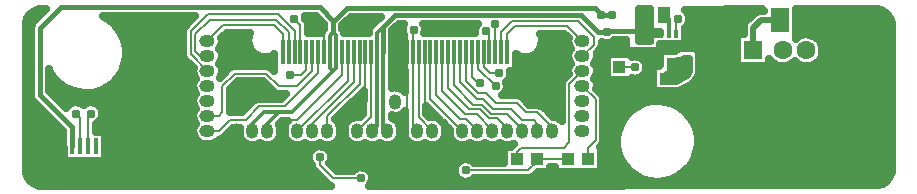
<source format=gbr>
G04 DipTrace 2.4.0.2*
%INTop.gbr*%
%MOIN*%
%ADD14C,0.0142*%
%ADD15C,0.0079*%
%ADD16C,0.0157*%
%ADD18C,0.0138*%
%ADD19C,0.0197*%
%ADD20C,0.0118*%
%ADD21C,0.025*%
%ADD24R,0.0394X0.0433*%
%ADD25R,0.0433X0.0394*%
%ADD26R,0.0126X0.0827*%
%ADD27C,0.0886*%
%ADD28R,0.063X0.063*%
%ADD29C,0.063*%
%ADD30C,0.1378*%
%ADD32R,0.0157X0.0531*%
%ADD33C,0.0492*%
%ADD34C,0.061*%
%ADD35R,0.0591X0.0591*%
%ADD36O,0.0512X0.0416*%
%ADD37O,0.0416X0.0512*%
%ADD38R,0.0394X0.0531*%
%ADD42R,0.0118X0.0276*%
%ADD43R,0.063X0.0394*%
%ADD46R,0.062X0.082*%
%ADD47C,0.031*%
%FSLAX44Y44*%
G04*
G70*
G90*
G75*
G01*
%LNTop*%
%LPD*%
X16171Y8690D2*
D14*
Y6209D1*
X16315Y6065D1*
X15974Y8690D2*
Y6224D1*
X15815Y6065D1*
X25428Y9315D2*
D15*
X25122D1*
X24990Y9183D1*
Y9890D1*
X24940Y9940D1*
X16171Y8690D2*
D16*
Y9546D1*
X16565Y9940D1*
X22781D1*
X23344Y9378D1*
X23628D1*
X21297Y5127D2*
D15*
Y5046D1*
X21003Y4752D1*
X18940D1*
X21297Y5127D2*
X22333D1*
X15974Y8690D2*
D14*
Y9349D1*
X16171Y9546D1*
X24990Y9183D2*
D16*
X24785Y9388D1*
X23638D1*
X23628Y9378D1*
X25684Y8370D2*
D15*
X25940D1*
X25684D2*
Y7911D1*
X25588Y7815D1*
X25940Y8370D2*
X26245D1*
X26315Y8440D1*
Y8065D2*
Y8440D1*
X14399Y8690D2*
D18*
Y8165D1*
X14496Y8068D1*
X14596Y8168D1*
Y8690D1*
X14496Y8068D2*
X13118Y6690D1*
X12690D1*
X12315Y6315D1*
Y6065D1*
X11815D2*
Y6315D1*
X12190Y6690D1*
X12690D1*
X14399Y8690D2*
Y9245D1*
X14509Y9354D1*
X14596Y9267D1*
Y8690D1*
X23440Y9940D2*
D16*
X23815D1*
X14509Y9354D2*
Y9715D1*
X14976Y10182D1*
X23228D1*
X23478Y9932D1*
D15*
X23432D1*
X23440Y9940D1*
X14509Y9715D2*
D16*
Y9746D1*
X14064Y10190D1*
X5426D1*
X4721Y9485D1*
Y7283D1*
X5814Y6190D1*
Y5566D1*
X5815Y5565D1*
X15581Y8690D2*
D15*
Y7581D1*
X14815Y6815D1*
Y6065D1*
X16959Y8690D2*
Y6584D1*
X16815Y6440D1*
Y6065D1*
X17549Y8690D2*
Y6831D1*
X18315Y6065D1*
X14793Y8690D2*
Y7918D1*
X13315Y6440D1*
X12940D1*
X12815Y6315D1*
Y6065D1*
X25428Y8370D2*
X25133D1*
X24990Y8514D1*
X24918Y7815D2*
Y8443D1*
X24990Y8514D1*
X25428Y8370D2*
Y8587D1*
X25684Y8843D1*
X27296Y7688D2*
X31261D1*
X32469D1*
X31261Y8755D2*
Y7688D1*
X14203Y8690D2*
Y9322D1*
X14029Y9495D1*
X6838Y5565D2*
X7311D1*
Y4895D1*
X7705Y4502D1*
X6720D1*
X5933D1*
X4949D1*
X5342Y5565D2*
Y4895D1*
X4949Y4502D1*
X7705D2*
D16*
Y4462D1*
X10463D1*
X10993Y4992D1*
X11315Y5314D1*
Y6065D1*
X7705Y4502D2*
X8071D1*
X8562Y4992D1*
X10993D1*
X25684Y8843D2*
D15*
X27078D1*
X27285Y8635D1*
Y7699D1*
X27296Y7688D1*
X24034Y7522D2*
D16*
Y7309D1*
X26917D1*
X27296Y7688D1*
X14815Y6065D2*
D15*
Y5763D1*
X15033Y5545D1*
X16815D1*
X18315D1*
D16*
Y6065D1*
X16815D2*
D15*
Y5545D1*
X31261Y8755D2*
D19*
Y9496D1*
X31004Y9753D1*
X30408D1*
X30386Y9774D1*
X18315Y5545D2*
D15*
Y4615D1*
X18596Y4334D1*
X26918D1*
X27294Y4710D1*
Y7686D1*
X12825Y8690D2*
Y9305D1*
X12539Y9590D1*
X10840D1*
X10315Y9065D1*
X13022Y8690D2*
Y9358D1*
X12614Y9766D1*
X10391D1*
X9912Y9287D1*
Y8718D1*
X10065Y8565D1*
X10315D1*
X13218Y8690D2*
Y9411D1*
X12676Y9954D1*
X10329D1*
X9761Y9386D1*
Y8619D1*
X10315Y8065D1*
X13415Y8690D2*
Y9589D1*
X13190Y9815D1*
X13612Y8690D2*
Y8112D1*
X13440Y7940D1*
X13065D1*
X13809Y8690D2*
Y8059D1*
X13315Y7565D1*
X12690D1*
X12274Y7981D1*
X11231D1*
X10815Y7565D1*
Y6690D1*
X10690Y6565D1*
X10315D1*
X14006Y8690D2*
Y8006D1*
X12886Y6886D1*
X12029D1*
X11583Y6440D1*
X11065D1*
X10690Y6065D1*
X10315D1*
X20305Y8690D2*
Y9305D1*
X20565Y9565D1*
X22315D1*
X22815Y9065D1*
X20108Y8690D2*
Y9358D1*
X20470Y9720D1*
X22660D1*
X23190Y9190D1*
Y8940D1*
X22815Y8565D1*
X19911Y8690D2*
Y9618D1*
X19910Y9619D1*
X20627Y5127D2*
Y5377D1*
X20753Y5502D1*
X22190D1*
X22378Y5690D1*
Y7628D1*
X22815Y8065D1*
X19714Y8690D2*
Y9290D1*
X19607Y9397D1*
X23002Y5127D2*
Y5502D1*
X23253Y5752D1*
Y7127D1*
X22815Y7565D1*
X20034Y8005D2*
X19723D1*
X19518Y8210D1*
Y8690D1*
X19919Y7566D2*
X19337Y8149D1*
Y8674D1*
X19321Y8690D1*
X19407Y7673D2*
Y7586D1*
X19124Y7869D1*
Y8690D1*
X14065Y5190D2*
Y4940D1*
X14515Y4489D1*
X15422D1*
X28505Y8755D2*
D19*
Y9504D1*
X28753Y9753D1*
X29365D1*
X29386Y9774D1*
X25684Y9315D2*
D20*
Y9786D1*
X25531Y9940D1*
X14990Y8690D2*
D15*
Y7740D1*
X13315Y6065D1*
X6071Y5565D2*
Y6519D1*
X5940Y6650D1*
X15777Y8690D2*
Y6527D1*
X15315Y6065D1*
X6327Y5565D2*
Y6536D1*
X6440Y6650D1*
X17155Y8690D2*
Y6224D1*
X17315Y6065D1*
X17155Y8690D2*
Y9405D1*
X17190Y9440D1*
X24034Y8192D2*
X24564D1*
X24565Y8190D1*
X17352Y8690D2*
Y6527D1*
X17815Y6065D1*
X17746Y8690D2*
Y7134D1*
X18815Y6065D1*
X17943Y8690D2*
Y7264D1*
X18723Y6484D1*
X18934D1*
X19315Y6103D1*
Y6065D1*
X18140Y8690D2*
Y7386D1*
X18900Y6626D1*
X19283D1*
X19815Y6094D1*
Y6065D1*
X18336Y8690D2*
Y7491D1*
X19037Y6791D1*
X19383D1*
X19682Y6492D1*
X19981D1*
X20315Y6158D1*
Y6065D1*
X18533Y8690D2*
Y7587D1*
X19175Y6945D1*
X19468D1*
X19769Y6644D1*
X20313D1*
X20815Y6141D1*
Y6065D1*
X18730Y8690D2*
Y7701D1*
X19283Y7149D1*
X19509D1*
X19843Y6815D1*
X20440D1*
X20815Y6440D1*
X21190D1*
X21315Y6315D1*
Y6065D1*
X21815D2*
Y6190D1*
X21315Y6690D1*
X20940D1*
X20630Y7000D1*
X19916D1*
X19583Y7333D1*
X19324D1*
X18920Y7737D1*
Y8697D1*
X18927Y8690D1*
X25940Y9315D2*
Y9751D1*
X25999Y9809D1*
X15384Y8690D2*
Y7634D1*
X14315Y6565D1*
Y6065D1*
X15187Y8690D2*
Y7687D1*
X13815Y6315D1*
Y6065D1*
D47*
X23815Y9940D3*
X23440D3*
X26315Y8440D3*
Y8065D3*
X25999Y9809D3*
X14065Y5190D3*
X15422Y4489D3*
X17190Y9440D3*
X5940Y6650D3*
X6440D3*
X19910Y9619D3*
X19607Y9397D3*
X19407Y7673D3*
X19919Y7566D3*
X20034Y8005D3*
X18940Y4752D3*
X13190Y9815D3*
X13065Y7940D3*
X14029Y9495D3*
X24565Y8190D3*
X23628Y9378D3*
X24717Y9899D2*
D21*
X25038D1*
X24717Y9651D2*
X25038D1*
X24717Y9402D2*
X25042D1*
X24717Y9153D2*
X25038D1*
X25314Y9299D2*
X25398Y9300D1*
Y9380D1*
X25190D1*
X25084Y9441D1*
X25065Y9505D1*
X25064Y10150D1*
X24692Y10145D1*
X24690Y9063D1*
X25062Y9068D1*
X25065Y9175D1*
X25128Y9280D1*
X25189Y9298D1*
X25314Y9299D1*
X25778Y8226D2*
X26341D1*
X25770Y7977D2*
X26290D1*
X26219Y8475D2*
Y8425D1*
X26161D1*
X26134Y8405D1*
X26082Y8385D1*
X25752Y8384D1*
Y8064D1*
X25691Y7959D1*
X25629Y7939D1*
X25618Y7938D1*
Y7736D1*
X25936D1*
X26290Y7933D1*
X26365Y8058D1*
X26366Y8474D1*
X26222D1*
X4365Y9879D2*
X4667D1*
X6881D2*
X9862D1*
X13584D2*
X13929D1*
X15119D2*
X16057D1*
X26393D2*
X28405D1*
X29943D2*
X33014D1*
X4277Y9630D2*
X4436D1*
X7225D2*
X9612D1*
X13697D2*
X14179D1*
X14873D2*
X15819D1*
X16701D2*
X16843D1*
X17537D2*
X19288D1*
X26354D2*
X28186D1*
X29943D2*
X33104D1*
X4277Y9381D2*
X4397D1*
X7424D2*
X9475D1*
X13701D2*
X14120D1*
X14885D2*
X15659D1*
X16494D2*
X16796D1*
X17584D2*
X19206D1*
X26244D2*
X28163D1*
X29943D2*
X33104D1*
X4277Y9133D2*
X4397D1*
X7541D2*
X9475D1*
X10811D2*
X11647D1*
X16494D2*
X16846D1*
X21482D2*
X22319D1*
X26244D2*
X27944D1*
X30682D2*
X33104D1*
X4277Y8884D2*
X4397D1*
X7607D2*
X9475D1*
X10775D2*
X11682D1*
X16494D2*
X16846D1*
X21447D2*
X22354D1*
X23467D2*
X24245D1*
X25432D2*
X27944D1*
X30822D2*
X33104D1*
X4277Y8635D2*
X4397D1*
X7623D2*
X9475D1*
X10811D2*
X11874D1*
X16490D2*
X16846D1*
X21256D2*
X22319D1*
X23311D2*
X25382D1*
X26732D2*
X27944D1*
X30822D2*
X33104D1*
X4277Y8387D2*
X4397D1*
X7592D2*
X9600D1*
X10775D2*
X12518D1*
X16486D2*
X16846D1*
X20611D2*
X22354D1*
X23275D2*
X23593D1*
X24908D2*
X25382D1*
X26736D2*
X27944D1*
X30689D2*
X33104D1*
X4277Y8138D2*
X4397D1*
X7510D2*
X9819D1*
X10811D2*
X10995D1*
X16486D2*
X16846D1*
X20611D2*
X22319D1*
X23311D2*
X23593D1*
X24963D2*
X25128D1*
X26736D2*
X33104D1*
X4277Y7889D2*
X4397D1*
X5045D2*
X5129D1*
X7369D2*
X9850D1*
X16486D2*
X16870D1*
X20416D2*
X22249D1*
X23279D2*
X23593D1*
X24814D2*
X25128D1*
X26689D2*
X33104D1*
X4277Y7640D2*
X4397D1*
X5045D2*
X5366D1*
X7139D2*
X9819D1*
X11283D2*
X12221D1*
X16486D2*
X16870D1*
X20311D2*
X22093D1*
X23311D2*
X25128D1*
X26498D2*
X33104D1*
X4277Y7392D2*
X4397D1*
X5061D2*
X5819D1*
X6686D2*
X9850D1*
X11100D2*
X12471D1*
X20275D2*
X22093D1*
X23381D2*
X25456D1*
X26010D2*
X33104D1*
X4277Y7143D2*
X4432D1*
X5307D2*
X9819D1*
X11100D2*
X11971D1*
X15283D2*
X15491D1*
X20877D2*
X22093D1*
X23537D2*
X33104D1*
X4277Y6894D2*
X4663D1*
X6748D2*
X9850D1*
X11100D2*
X11643D1*
X15037D2*
X15491D1*
X21498D2*
X22093D1*
X23537D2*
X24616D1*
X26006D2*
X33104D1*
X4277Y6646D2*
X4909D1*
X6842D2*
X9823D1*
X14787D2*
X15491D1*
X17639D2*
X17843D1*
X21752D2*
X22093D1*
X23537D2*
X24304D1*
X26318D2*
X33104D1*
X4277Y6397D2*
X5159D1*
X6740D2*
X9846D1*
X12830D2*
X12968D1*
X14658D2*
X14971D1*
X16658D2*
X16870D1*
X23537D2*
X24120D1*
X26502D2*
X33104D1*
X4277Y6148D2*
X5409D1*
X6611D2*
X9823D1*
X11166D2*
X11362D1*
X12768D2*
X12862D1*
X14768D2*
X14862D1*
X16768D2*
X16862D1*
X23537D2*
X24007D1*
X26615D2*
X33104D1*
X4277Y5900D2*
X5491D1*
X6908D2*
X9846D1*
X10916D2*
X11378D1*
X12752D2*
X12878D1*
X14752D2*
X14878D1*
X16752D2*
X16878D1*
X18252D2*
X18378D1*
X23537D2*
X23952D1*
X26670D2*
X33104D1*
X4277Y5651D2*
X5491D1*
X6908D2*
X10132D1*
X10498D2*
X11569D1*
X12561D2*
X13069D1*
X14561D2*
X15069D1*
X16561D2*
X17069D1*
X18061D2*
X18569D1*
X23518D2*
X23940D1*
X26682D2*
X33104D1*
X4277Y5402D2*
X5491D1*
X6908D2*
X13729D1*
X14400D2*
X20167D1*
X23463D2*
X23979D1*
X26643D2*
X33104D1*
X4277Y5154D2*
X5491D1*
X6908D2*
X13667D1*
X14463D2*
X20167D1*
X23463D2*
X24069D1*
X26557D2*
X33104D1*
X4277Y4905D2*
X13784D1*
X14490D2*
X18573D1*
X23463D2*
X24218D1*
X26404D2*
X33104D1*
X4295Y4656D2*
X13956D1*
X15783D2*
X18554D1*
X21299D2*
X24468D1*
X26154D2*
X33085D1*
X4428Y4408D2*
X14206D1*
X15814D2*
X18768D1*
X19111D2*
X25011D1*
X25611D2*
X32952D1*
X25276Y8232D2*
X25350D1*
X25404Y8263D1*
X25405Y8728D1*
X25889Y8729D1*
X25998Y8810D1*
X26064Y8820D1*
X26491D1*
X26610Y8785D1*
X26692Y8689D1*
X26712Y8599D1*
Y8025D1*
X26680Y7911D1*
X26539Y7689D1*
X26486Y7648D1*
X26038Y7401D1*
X25972Y7391D1*
X25400Y7398D1*
X25151D1*
Y8232D1*
X25276D1*
X20588Y8632D2*
Y8056D1*
X20405D1*
X20410Y8005D1*
X20389Y7882D1*
X20329Y7773D1*
X20263Y7713D1*
X20279Y7673D1*
X20294Y7566D1*
X20274Y7444D1*
X20214Y7335D1*
X20131Y7259D1*
X20630Y7260D1*
X20762Y7224D1*
X20902Y7095D1*
X21048Y6949D1*
X21315D1*
X21447Y6914D1*
X21587Y6785D1*
X21833Y6539D1*
X21920Y6528D1*
X22035Y6480D1*
X22117Y6413D1*
X22118Y7628D1*
X22154Y7760D1*
X22283Y7900D1*
X22349Y7970D1*
X22340Y8094D1*
X22366Y8216D1*
X22421Y8315D1*
X22394Y8354D1*
X22349Y8470D1*
X22340Y8594D1*
X22366Y8716D1*
X22421Y8815D1*
X22394Y8854D1*
X22349Y8970D1*
X22340Y9094D1*
X22354Y9159D1*
X22209Y9304D1*
X21412Y9305D1*
X21449Y9194D1*
X21460Y9084D1*
X21446Y8960D1*
X21405Y8842D1*
X21338Y8736D1*
X21250Y8649D1*
X21144Y8583D1*
X21026Y8542D1*
X20902Y8529D1*
X20778Y8543D1*
X20661Y8585D1*
X20585Y8634D1*
X17981Y9324D2*
X19238D1*
X19239Y9468D1*
X19282Y9585D1*
X19329Y9642D1*
X17504Y9641D1*
X17550Y9546D1*
X17565Y9440D1*
X17545Y9321D1*
X17636Y9320D1*
X17910Y9324D1*
X18226Y9320D1*
X18423Y9324D1*
X18620D1*
X18817D1*
X19013D1*
X19210D1*
X19216D1*
X16895Y8056D2*
X16872D1*
Y9240D1*
X16818Y9386D1*
X16821Y9510D1*
X16877Y9642D1*
X16688Y9640D1*
X16470Y9421D1*
Y8690D1*
X16462Y8565D1*
Y7514D1*
X16542Y7525D1*
X16666Y7513D1*
X16781Y7465D1*
X16877Y7386D1*
X16897Y7357D1*
X16896Y8056D1*
X14883Y9324D2*
X15273Y9320D1*
X15225Y9324D1*
X15667Y9320D1*
X15683Y9349D1*
X15712Y9474D1*
X15768Y9555D1*
X15960Y9758D1*
X16084Y9882D1*
X15099D1*
X14808Y9590D1*
Y9461D1*
X14850Y9405D1*
X14879Y9325D1*
X15470Y9324D1*
X15667D1*
X13678D2*
X14092Y9320D1*
X14145Y9382D1*
X14211Y9466D1*
X14209Y9623D1*
X13939Y9891D1*
X13560D1*
X13564Y9811D1*
X13599Y9773D1*
X13667Y9654D1*
X13675Y9464D1*
Y9320D1*
X13699D1*
X13895Y9324D1*
X14092D1*
X12541Y8084D2*
Y8630D1*
X12463Y8583D1*
X12345Y8542D1*
X12221Y8529D1*
X12097Y8543D1*
X11980Y8585D1*
X11875Y8653D1*
X11787Y8742D1*
X11722Y8848D1*
X11682Y8966D1*
X11669Y9090D1*
X11685Y9214D1*
X11726Y9327D1*
X10950Y9331D1*
X10778Y9161D1*
X10791Y9065D1*
X10773Y8942D1*
X10707Y8814D1*
X10749Y8750D1*
X10786Y8631D1*
X10791Y8565D1*
X10773Y8442D1*
X10707Y8314D1*
X10749Y8250D1*
X10786Y8131D1*
X10791Y8065D1*
X10773Y7942D1*
X10728Y7846D1*
X11047Y8164D1*
X11166Y8232D1*
X11356Y8240D1*
X12274D1*
X12406Y8204D1*
X12543Y8079D1*
X17724Y6527D2*
X17796Y6541D1*
X17920Y6528D1*
X18032Y6481D1*
X17612Y6900D1*
Y6631D1*
X17715Y6531D1*
X23742Y8629D2*
X24451D1*
Y8546D1*
X24547Y8565D1*
X24671Y8550D1*
X24783Y8496D1*
X24871Y8408D1*
X24925Y8296D1*
X24941Y8190D1*
X24920Y8067D1*
X24861Y7958D1*
X24768Y7874D1*
X24654Y7825D1*
X24530Y7816D1*
X24451Y7837D1*
Y7755D1*
X23617D1*
Y8629D1*
X23742D1*
X25963Y8960D2*
X25463Y8957D1*
X25407Y8960D1*
Y8746D1*
X24397D1*
X24291Y8807D1*
X24272Y8871D1*
Y9086D1*
X23867Y9089D1*
X23831Y9062D1*
X23717Y9013D1*
X23592Y9004D1*
X23472Y9036D1*
X23450Y9051D1*
X23449Y8940D1*
X23414Y8808D1*
X23282Y8665D1*
X23291Y8565D1*
X23273Y8442D1*
X23207Y8314D1*
X23249Y8250D1*
X23286Y8131D1*
X23291Y8065D1*
X23273Y7942D1*
X23207Y7814D1*
X23249Y7750D1*
X23286Y7631D1*
X23291Y7565D1*
X23277Y7469D1*
X23436Y7310D1*
X23504Y7192D1*
X23513Y7002D1*
Y5752D1*
X23477Y5620D1*
X23412Y5544D1*
X23439D1*
Y4710D1*
X22566Y4714D1*
X22145Y4710D1*
X21896D1*
Y4870D1*
X21735Y4868D1*
X21734Y4710D1*
X21331D1*
X21186Y4568D1*
X21068Y4501D1*
X20878Y4492D1*
X19210D1*
X19143Y4436D1*
X19029Y4387D1*
X18904Y4378D1*
X18784Y4411D1*
X18681Y4480D1*
X18607Y4580D1*
X18569Y4698D1*
X18571Y4823D1*
X18615Y4939D1*
X18694Y5035D1*
X18800Y5100D1*
X18921Y5127D1*
X19045Y5112D1*
X19157Y5058D1*
X19204Y5012D1*
X20194D1*
X20191Y5544D1*
X20429D1*
X20531Y5648D1*
X20483Y5623D1*
X20363Y5591D1*
X20238Y5596D1*
X20120Y5635D1*
X20066Y5674D1*
X19983Y5623D1*
X19863Y5591D1*
X19738Y5596D1*
X19620Y5635D1*
X19566Y5674D1*
X19483Y5623D1*
X19363Y5591D1*
X19238Y5596D1*
X19120Y5635D1*
X19066Y5674D1*
X18983Y5623D1*
X18863Y5591D1*
X18738Y5596D1*
X18620Y5635D1*
X18519Y5708D1*
X18442Y5806D1*
X18397Y5922D1*
X18386Y6017D1*
X18390Y6113D1*
X18278Y6235D1*
X18187Y6326D1*
X18238Y6179D1*
X18243Y6017D1*
X18225Y5894D1*
X18172Y5781D1*
X18089Y5688D1*
X17983Y5623D1*
X17863Y5591D1*
X17738Y5596D1*
X17620Y5635D1*
X17566Y5674D1*
X17483Y5623D1*
X17363Y5591D1*
X17238Y5596D1*
X17120Y5635D1*
X17019Y5708D1*
X16942Y5806D1*
X16897Y5922D1*
X16886Y6017D1*
X16890Y6113D1*
X16898Y6191D1*
X16896Y6736D1*
X16835Y6673D1*
X16729Y6608D1*
X16608Y6576D1*
X16465Y6587D1*
X16462Y6514D1*
X16535Y6480D1*
X16632Y6401D1*
X16701Y6298D1*
X16738Y6179D1*
X16743Y6017D1*
X16725Y5894D1*
X16672Y5781D1*
X16589Y5688D1*
X16483Y5623D1*
X16363Y5591D1*
X16238Y5596D1*
X16120Y5635D1*
X16066Y5674D1*
X15983Y5623D1*
X15863Y5591D1*
X15738Y5596D1*
X15620Y5635D1*
X15566Y5674D1*
X15483Y5623D1*
X15363Y5591D1*
X15238Y5596D1*
X15120Y5635D1*
X15019Y5708D1*
X14942Y5806D1*
X14897Y5922D1*
X14886Y6017D1*
X14890Y6113D1*
X14887Y6142D1*
X14914Y6264D1*
X14974Y6373D1*
X15064Y6460D1*
X15174Y6517D1*
X15296Y6541D1*
X15409Y6529D1*
X15515Y6632D1*
X15518Y7399D1*
X14576Y6459D1*
X14632Y6401D1*
X14701Y6298D1*
X14738Y6179D1*
X14743Y6017D1*
X14725Y5894D1*
X14672Y5781D1*
X14589Y5688D1*
X14483Y5623D1*
X14363Y5591D1*
X14238Y5596D1*
X14120Y5635D1*
X14066Y5674D1*
X13983Y5623D1*
X13863Y5591D1*
X13738Y5596D1*
X13620Y5635D1*
X13566Y5674D1*
X13483Y5623D1*
X13363Y5591D1*
X13238Y5596D1*
X13120Y5635D1*
X13019Y5708D1*
X12942Y5806D1*
X12897Y5922D1*
X12886Y6017D1*
X12890Y6113D1*
X12887Y6142D1*
X12914Y6264D1*
X12974Y6373D1*
X13005Y6403D1*
X12806Y6397D1*
X12704Y6295D1*
X12738Y6179D1*
X12743Y6017D1*
X12725Y5894D1*
X12672Y5781D1*
X12589Y5688D1*
X12483Y5623D1*
X12363Y5591D1*
X12238Y5596D1*
X12120Y5635D1*
X12066Y5674D1*
X11983Y5623D1*
X11863Y5591D1*
X11738Y5596D1*
X11620Y5635D1*
X11519Y5708D1*
X11442Y5806D1*
X11397Y5922D1*
X11386Y6017D1*
X11390Y6113D1*
X11397Y6184D1*
X11173Y6180D1*
X10873Y5881D1*
X10753Y5813D1*
X10531Y5671D1*
X10410Y5639D1*
X10363Y5636D1*
X10190Y5643D1*
X10072Y5683D1*
X9971Y5755D1*
X9894Y5854D1*
X9849Y5970D1*
X9840Y6094D1*
X9866Y6216D1*
X9921Y6315D1*
X9894Y6354D1*
X9849Y6470D1*
X9840Y6594D1*
X9866Y6716D1*
X9921Y6815D1*
X9894Y6854D1*
X9849Y6970D1*
X9840Y7094D1*
X9866Y7216D1*
X9921Y7315D1*
X9894Y7354D1*
X9849Y7470D1*
X9840Y7594D1*
X9866Y7716D1*
X9921Y7815D1*
X9894Y7854D1*
X9849Y7970D1*
X9840Y8094D1*
X9854Y8159D1*
X9577Y8435D1*
X9509Y8554D1*
X9501Y8744D1*
Y9386D1*
X9537Y9517D1*
X9665Y9658D1*
X9900Y9892D1*
X6826Y9891D1*
X6987Y9803D1*
X7182Y9648D1*
X7346Y9460D1*
X7472Y9244D1*
X7556Y9009D1*
X7595Y8762D1*
X7592Y8550D1*
X7546Y8305D1*
X7455Y8072D1*
X7323Y7861D1*
X7155Y7677D1*
X6955Y7527D1*
X6731Y7417D1*
X6490Y7350D1*
X6242Y7329D1*
X5993Y7353D1*
X5754Y7424D1*
X5531Y7537D1*
X5334Y7689D1*
X5167Y7876D1*
X5038Y8089D1*
X5018Y8136D1*
X5021Y7406D1*
X5603Y6823D1*
X5694Y6933D1*
X5800Y6998D1*
X5921Y7024D1*
X6045Y7010D1*
X6157Y6956D1*
X6187Y6926D1*
X6300Y6998D1*
X6421Y7024D1*
X6545Y7010D1*
X6657Y6956D1*
X6745Y6868D1*
X6800Y6756D1*
X6815Y6650D1*
X6794Y6527D1*
X6735Y6418D1*
X6643Y6334D1*
X6589Y6311D1*
X6586Y6048D1*
X6626Y6047D1*
X6882Y6051D1*
Y5079D1*
X6284Y5083D1*
X6028Y5079D1*
X5772D1*
X5516D1*
X5514Y6067D1*
X4509Y7071D1*
X4441Y7179D1*
X4422Y7283D1*
Y9485D1*
X4450Y9609D1*
X4509Y9696D1*
X4943Y10130D1*
X4708Y10127D1*
X4557Y10076D1*
X4402Y9973D1*
X4303Y9821D1*
X4252Y9670D1*
Y4709D1*
X4303Y4557D1*
X4407Y4402D1*
X4559Y4303D1*
X4710Y4247D1*
X14416Y4250D1*
X14332Y4306D1*
X13881Y4756D1*
X13813Y4877D1*
X13806Y4918D1*
X13731Y5018D1*
X13693Y5136D1*
X13696Y5260D1*
X13740Y5377D1*
X13819Y5473D1*
X13925Y5538D1*
X14046Y5565D1*
X14170Y5550D1*
X14282Y5496D1*
X14370Y5408D1*
X14425Y5296D1*
X14440Y5190D1*
X14419Y5067D1*
X14380Y4995D1*
X14621Y4751D1*
X15152Y4749D1*
X15282Y4838D1*
X15403Y4864D1*
X15527Y4850D1*
X15639Y4795D1*
X15727Y4708D1*
X15782Y4596D1*
X15797Y4489D1*
X15776Y4367D1*
X15708Y4250D1*
X32673Y4252D1*
X32823Y4303D1*
X32977Y4407D1*
X33077Y4559D1*
X33127Y4710D1*
Y9670D1*
X33076Y9823D1*
X32973Y9977D1*
X32821Y10077D1*
X32670Y10127D1*
X29920Y10125D1*
X29917Y9405D1*
Y9151D1*
X30016Y9222D1*
X30131Y9270D1*
X30254Y9290D1*
X30378Y9280D1*
X30497Y9242D1*
X30604Y9178D1*
X30693Y9091D1*
X30759Y8985D1*
X30800Y8867D1*
X30811Y8755D1*
X30797Y8631D1*
X30754Y8514D1*
X30685Y8410D1*
X30594Y8324D1*
X30486Y8262D1*
X30367Y8227D1*
X30242Y8221D1*
X30119Y8243D1*
X30005Y8293D1*
X29906Y8369D1*
X29883Y8396D1*
X29807Y8324D1*
X29699Y8262D1*
X29579Y8227D1*
X29455Y8221D1*
X29332Y8243D1*
X29218Y8293D1*
X29118Y8369D1*
X29041Y8462D1*
X29040Y8220D1*
X27969D1*
Y9290D1*
X28184D1*
X28186Y9504D1*
X28210Y9626D1*
X28279Y9729D1*
X28528Y9978D1*
X28631Y10047D1*
X28753Y10071D1*
X28859D1*
X28815Y10123D1*
X26216Y10115D1*
X26304Y10028D1*
X26358Y9916D1*
X26374Y9809D1*
X26353Y9687D1*
X26294Y9578D1*
X26222Y9512D1*
X26219Y8957D1*
X25661Y8961D1*
X25583Y8957D1*
X25407D1*
X26652Y5601D2*
X26606Y5355D1*
X26516Y5123D1*
X26384Y4911D1*
X26215Y4727D1*
X26015Y4577D1*
X25791Y4467D1*
X25551Y4400D1*
X25302Y4379D1*
X25054Y4404D1*
X24814Y4474D1*
X24592Y4587D1*
X24394Y4740D1*
X24228Y4926D1*
X24099Y5140D1*
X24011Y5374D1*
X23969Y5620D1*
X23972Y5869D1*
X24022Y6114D1*
X24116Y6345D1*
X24251Y6555D1*
X24422Y6737D1*
X24624Y6884D1*
X24849Y6991D1*
X25091Y7054D1*
X25340Y7072D1*
X25588Y7044D1*
X25826Y6970D1*
X26047Y6853D1*
X26243Y6698D1*
X26406Y6510D1*
X26532Y6294D1*
X26616Y6059D1*
X26655Y5812D1*
X26652Y5601D1*
X12936Y7305D2*
X12690D1*
X12558Y7341D1*
X12418Y7470D1*
X12167Y7721D1*
X11341D1*
X11074Y7457D1*
Y6702D1*
X11475Y6699D1*
X11845Y7069D1*
X11964Y7137D1*
X12154Y7145D1*
X12775D1*
X12937Y7304D1*
D24*
X24990Y9183D3*
Y8514D3*
D25*
X25588Y7815D3*
X24918D3*
D26*
X20305Y8690D3*
X20108D3*
X19911D3*
X19714D3*
X19518D3*
X19321D3*
X19124D3*
X18927D3*
X18730D3*
X18533D3*
X18336D3*
X18140D3*
X17943D3*
X17746D3*
X17549D3*
X17352D3*
X17155D3*
X16959D3*
X16171D3*
X15974D3*
X15777D3*
X15581D3*
X15384D3*
X15187D3*
X14990D3*
X14793D3*
X14596D3*
X14399D3*
X14203D3*
X14006D3*
X13809D3*
X13612D3*
X13415D3*
X13218D3*
X13022D3*
X12825D3*
D27*
X21480Y7334D3*
X11455Y8690D3*
X11662Y7342D3*
X21690Y8690D3*
D28*
X28505Y8755D3*
D29*
X29489D3*
X30276D3*
X31261D3*
D30*
X27296Y7688D3*
X32469D3*
D32*
X5815Y5565D3*
X6071D3*
X6327D3*
X6583D3*
X6838D3*
D33*
X5342D3*
X7311D3*
D34*
X4949Y4502D3*
X7705D3*
D35*
X5933D3*
X6720D3*
D36*
X10315Y9065D3*
Y8565D3*
Y8065D3*
Y7565D3*
Y7065D3*
Y6565D3*
Y6065D3*
D37*
X11315D3*
X11815D3*
X12315D3*
X12815D3*
X13315D3*
X13815D3*
X14315D3*
X14815D3*
X15315D3*
X15815D3*
X16315D3*
X16815D3*
X17315D3*
X17815D3*
X18315D3*
X18815D3*
X19315D3*
X19815D3*
X20315D3*
X20815D3*
X21315D3*
X21815D3*
D36*
X22815D3*
Y6565D3*
Y7065D3*
Y7565D3*
Y8065D3*
Y8565D3*
Y9065D3*
D38*
X24940Y9940D3*
X25531D3*
D24*
X24034Y8192D3*
Y7522D3*
D25*
X20627Y5127D3*
X21297D3*
X23002D3*
X22333D3*
D42*
X25940Y9315D3*
X25684D3*
X25428D3*
Y8370D3*
X25684D3*
X25940D3*
D43*
X25684Y8843D3*
D37*
X16561Y7050D3*
D46*
X30386Y9774D3*
X29386D3*
M02*

</source>
